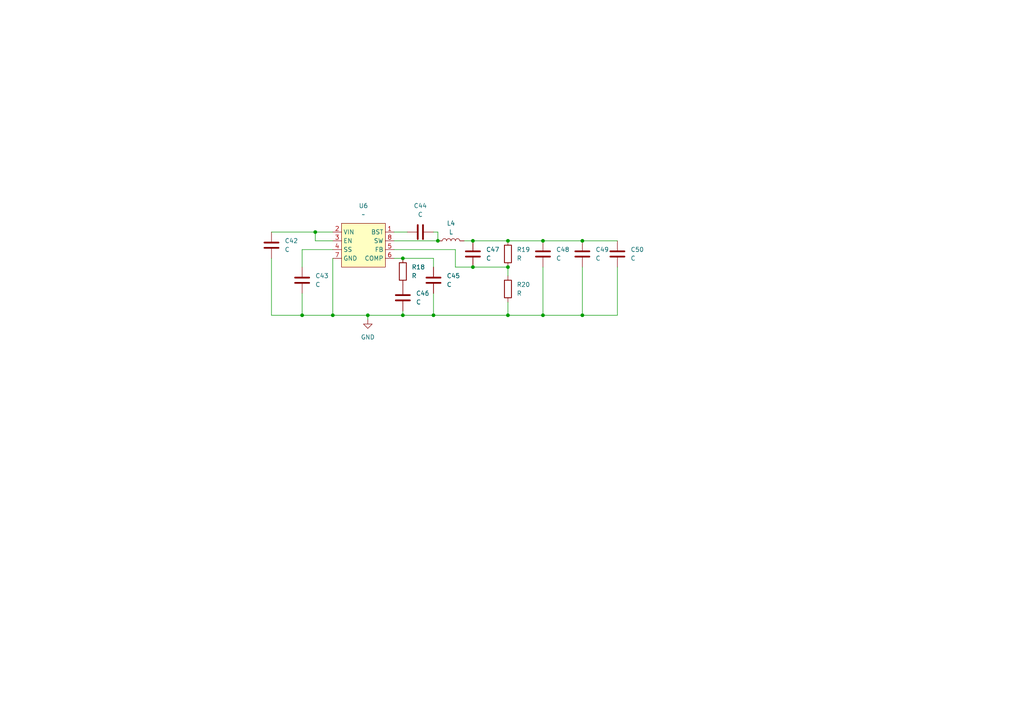
<source format=kicad_sch>
(kicad_sch (version 20250114) (generator "eeschema") (generator_version "9.0")
  (paper "A4")
  (lib_symbols
    (symbol "Device:C" (pin_numbers (hide yes)) (pin_names (offset 0.254))
      (property "Reference" "C" (at 0.635 2.54 0))
      (property "Value" "C" (at 0.635 -2.54 0))
      (symbol "C_0_1"
        (polyline (pts (xy -2.032 0.762) (xy 2.032 0.762)) (stroke (width 0.508)))
        (polyline (pts (xy -2.032 -0.762) (xy 2.032 -0.762)) (stroke (width 0.508)))
      )
      (symbol "C_1_1"
        (pin passive line (at 0 3.81 270) (length 2.794) (name "~") (number "1"))
        (pin passive line (at 0 -3.81 90) (length 2.794) (name "~") (number "2"))
      )
    )
    (symbol "Device:L" (pin_numbers (hide yes)) (pin_names (offset 1.016) (hide yes))
      (property "Reference" "L" (at -1.27 0 90))
      (property "Value" "L" (at 1.905 0 90))
      (symbol "L_0_1"
        (arc (start 0 2.54) (mid 0.6323 1.905) (end 0 1.27))
        (arc (start 0 1.27) (mid 0.6323 0.635) (end 0 0))
        (arc (start 0 0) (mid 0.6323 -0.635) (end 0 -1.27))
        (arc (start 0 -1.27) (mid 0.6323 -1.905) (end 0 -2.54))
      )
      (symbol "L_1_1"
        (pin passive line (at 0 3.81 270) (length 1.27) (name "1") (number "1"))
        (pin passive line (at 0 -3.81 90) (length 1.27) (name "2") (number "2"))
      )
    )
    (symbol "Device:R" (pin_numbers (hide yes)) (pin_names (offset 0))
      (property "Reference" "R" (at 2.032 0 90))
      (property "Value" "R" (at 0 0 90))
      (symbol "R_0_1"
        (rectangle (start -1.016 -2.54) (end 1.016 2.54) (stroke (width 0.254)))
      )
      (symbol "R_1_1"
        (pin passive line (at 0 3.81 270) (length 1.27) (name "~") (number "1"))
        (pin passive line (at 0 -3.81 90) (length 1.27) (name "~") (number "2"))
      )
    )
    (symbol "Regulator_Switching:AP64501SP-13"
      (property "Reference" "U" (at 0 0 0))
      (symbol "AP64501SP-13_0_1"
        (rectangle (start -6.35 -1.27) (end 6.35 -13.97) (fill (type background)))
      )
      (symbol "AP64501SP-13_1_1"
        (pin power_in line (at -8.89 -3.81 0) (length 2.54) (name "VIN") (number "2"))
        (pin input line (at -8.89 -6.35 0) (length 2.54) (name "EN") (number "3"))
        (pin input line (at -8.89 -8.89 0) (length 2.54) (name "SS") (number "4"))
        (pin passive line (at -8.89 -11.43 0) (length 2.54) (name "GND") (number "7"))
        (pin input line (at 8.89 -3.81 180) (length 2.54) (name "BST") (number "1"))
        (pin input line (at 8.89 -6.35 180) (length 2.54) (name "SW") (number "8"))
        (pin input line (at 8.89 -8.89 180) (length 2.54) (name "FB") (number "5"))
        (pin input line (at 8.89 -11.43 180) (length 2.54) (name "COMP") (number "6"))
      )
    )
    (symbol "power:GND" (power) (pin_numbers (hide yes)) (pin_names (offset 0) (hide yes))
      (property "Value" "GND" (at 0 -3.81 0))
      (symbol "GND_0_1"
        (polyline (pts (xy 0 0) (xy 0 -1.27) (xy 1.27 -1.27) (xy 0 -2.54) (xy -1.27 -1.27) (xy 0 -1.27)))
      )
      (symbol "GND_1_1"
        (pin power_in line (at 0 0 270) (length 0) (name "~") (number "1"))
      )
    )
  )
  (junction (at 116.84 91.44))
  (junction (at 137.16 69.85))
  (junction (at 168.91 69.85))
  (junction (at 106.68 91.44))
  (junction (at 125.73 91.44))
  (junction (at 91.44 67.31))
  (junction (at 96.52 91.44))
  (junction (at 157.48 69.85))
  (junction (at 147.32 77.47))
  (junction (at 127 69.85))
  (junction (at 116.84 74.93))
  (junction (at 87.63 91.44))
  (junction (at 147.32 91.44))
  (junction (at 157.48 91.44))
  (junction (at 137.16 77.47))
  (junction (at 147.32 69.85))
  (junction (at 168.91 91.44))
  (wire (pts (xy 96.52 69.85) (xy 91.44 69.85)))
  (wire (pts (xy 127 67.31) (xy 127 69.85)))
  (wire (pts (xy 78.74 67.31) (xy 91.44 67.31)))
  (wire (pts (xy 87.63 91.44) (xy 96.52 91.44)))
  (wire (pts (xy 106.68 91.44) (xy 106.68 92.71)))
  (wire (pts (xy 132.08 77.47) (xy 137.16 77.47)))
  (wire (pts (xy 168.91 91.44) (xy 168.91 77.47)))
  (wire (pts (xy 114.3 72.39) (xy 132.08 72.39)))
  (wire (pts (xy 96.52 74.93) (xy 96.52 91.44)))
  (wire (pts (xy 127 67.31) (xy 125.73 67.31)))
  (wire (pts (xy 116.84 90.17) (xy 116.84 91.44)))
  (wire (pts (xy 147.32 69.85) (xy 157.48 69.85)))
  (wire (pts (xy 125.73 77.47) (xy 125.73 74.93)))
  (wire (pts (xy 125.73 91.44) (xy 116.84 91.44)))
  (wire (pts (xy 96.52 72.39) (xy 87.63 72.39)))
  (wire (pts (xy 147.32 91.44) (xy 125.73 91.44)))
  (wire (pts (xy 134.62 69.85) (xy 137.16 69.85)))
  (wire (pts (xy 168.91 69.85) (xy 179.07 69.85)))
  (wire (pts (xy 132.08 72.39) (xy 132.08 77.47)))
  (wire (pts (xy 114.3 74.93) (xy 116.84 74.93)))
  (wire (pts (xy 91.44 69.85) (xy 91.44 67.31)))
  (wire (pts (xy 116.84 91.44) (xy 106.68 91.44)))
  (wire (pts (xy 147.32 77.47) (xy 147.32 80.01)))
  (wire (pts (xy 168.91 91.44) (xy 179.07 91.44)))
  (wire (pts (xy 125.73 74.93) (xy 116.84 74.93)))
  (wire (pts (xy 87.63 72.39) (xy 87.63 77.47)))
  (wire (pts (xy 137.16 77.47) (xy 147.32 77.47)))
  (wire (pts (xy 157.48 69.85) (xy 168.91 69.85)))
  (wire (pts (xy 179.07 91.44) (xy 179.07 77.47)))
  (wire (pts (xy 137.16 69.85) (xy 147.32 69.85)))
  (wire (pts (xy 125.73 85.09) (xy 125.73 91.44)))
  (wire (pts (xy 147.32 91.44) (xy 157.48 91.44)))
  (wire (pts (xy 78.74 74.93) (xy 78.74 91.44)))
  (wire (pts (xy 157.48 77.47) (xy 157.48 91.44)))
  (wire (pts (xy 96.52 91.44) (xy 106.68 91.44)))
  (wire (pts (xy 78.74 91.44) (xy 87.63 91.44)))
  (wire (pts (xy 91.44 67.31) (xy 96.52 67.31)))
  (wire (pts (xy 114.3 67.31) (xy 118.11 67.31)))
  (wire (pts (xy 114.3 69.85) (xy 127 69.85)))
  (wire (pts (xy 87.63 85.09) (xy 87.63 91.44)))
  (wire (pts (xy 147.32 87.63) (xy 147.32 91.44)))
  (wire (pts (xy 157.48 91.44) (xy 168.91 91.44)))
  (symbol (lib_id "Device:R") (at 147.32 83.82 0) (unit 1)
    (property "Reference" "R20" (at 149.86 82.5499 0) (effects (justify left)))
    (property "Value" "R" (at 149.86 85.0899 0) (effects (justify left)))
    (property "Description" "Resistor" (effects (hide yes)))
  )
  (symbol (lib_id "Regulator_Switching:AP64501SP-13") (at 105.41 63.5 0) (unit 1)
    (property "Reference" "U6" (at 105.41 59.69 0))
    (property "Value" "~" (at 105.41 62.23 0))
  )
  (symbol (lib_id "Device:R") (at 147.32 73.66 0) (unit 1)
    (property "Reference" "R19" (at 149.86 72.3899 0) (effects (justify left)))
    (property "Value" "R" (at 149.86 74.9299 0) (effects (justify left)))
    (property "Description" "Resistor" (effects (hide yes)))
  )
  (symbol (lib_id "Device:C") (at 137.16 73.66 0) (unit 1)
    (property "Reference" "C47" (at 140.97 72.3899 0) (effects (justify left)))
    (property "Value" "C" (at 140.97 74.9299 0) (effects (justify left)))
    (property "Description" "Unpolarized capacitor" (effects (hide yes)))
  )
  (symbol (lib_id "Device:C") (at 157.48 73.66 0) (unit 1)
    (property "Reference" "C48" (at 161.29 72.3899 0) (effects (justify left)))
    (property "Value" "C" (at 161.29 74.9299 0) (effects (justify left)))
    (property "Description" "Unpolarized capacitor" (effects (hide yes)))
  )
  (symbol (lib_id "Device:C") (at 78.74 71.12 0) (unit 1)
    (property "Reference" "C42" (at 82.55 69.8499 0) (effects (justify left)))
    (property "Value" "C" (at 82.55 72.3899 0) (effects (justify left)))
    (property "Description" "Unpolarized capacitor" (effects (hide yes)))
  )
  (symbol (lib_id "Device:C") (at 179.07 73.66 0) (unit 1)
    (property "Reference" "C50" (at 182.88 72.3899 0) (effects (justify left)))
    (property "Value" "C" (at 182.88 74.9299 0) (effects (justify left)))
    (property "Description" "Unpolarized capacitor" (effects (hide yes)))
  )
  (symbol (lib_id "Device:L") (at 130.81 69.85 90) (unit 1)
    (property "Reference" "L4" (at 130.81 64.77 90))
    (property "Value" "L" (at 130.81 67.31 90))
    (property "Description" "Inductor" (effects (hide yes)))
  )
  (symbol (lib_id "Device:C") (at 116.84 86.36 0) (unit 1)
    (property "Reference" "C46" (at 120.65 85.0899 0) (effects (justify left)))
    (property "Value" "C" (at 120.65 87.6299 0) (effects (justify left)))
    (property "Description" "Unpolarized capacitor" (effects (hide yes)))
  )
  (symbol (lib_id "Device:R") (at 116.84 78.74 0) (unit 1)
    (property "Reference" "R18" (at 119.38 77.4699 0) (effects (justify left)))
    (property "Value" "R" (at 119.38 80.0099 0) (effects (justify left)))
    (property "Description" "Resistor" (effects (hide yes)))
  )
  (symbol (lib_id "Device:C") (at 121.92 67.31 90) (unit 1)
    (property "Reference" "C44" (at 121.92 59.69 90))
    (property "Value" "C" (at 121.92 62.23 90))
    (property "Description" "Unpolarized capacitor" (effects (hide yes)))
  )
  (symbol (lib_id "Device:C") (at 87.63 81.28 0) (unit 1)
    (property "Reference" "C43" (at 91.44 80.0099 0) (effects (justify left)))
    (property "Value" "C" (at 91.44 82.5499 0) (effects (justify left)))
    (property "Description" "Unpolarized capacitor" (effects (hide yes)))
  )
  (symbol (lib_id "Device:C") (at 168.91 73.66 0) (unit 1)
    (property "Reference" "C49" (at 172.72 72.3899 0) (effects (justify left)))
    (property "Value" "C" (at 172.72 74.9299 0) (effects (justify left)))
    (property "Description" "Unpolarized capacitor" (effects (hide yes)))
  )
  (symbol (lib_id "Device:C") (at 125.73 81.28 0) (unit 1)
    (property "Reference" "C45" (at 129.54 80.0099 0) (effects (justify left)))
    (property "Value" "C" (at 129.54 82.5499 0) (effects (justify left)))
    (property "Description" "Unpolarized capacitor" (effects (hide yes)))
  )
  (symbol (lib_id "power:GND") (at 106.68 92.71 0) (unit 1)
    (property "Reference" "#PWR050" (effects (hide yes)))
    (property "Value" "GND" (at 106.68 97.79 0))
    (property "Description" "Power symbol creates a global label with name \"GND\" , ground" (effects (hide yes)))
  )
)
</source>
